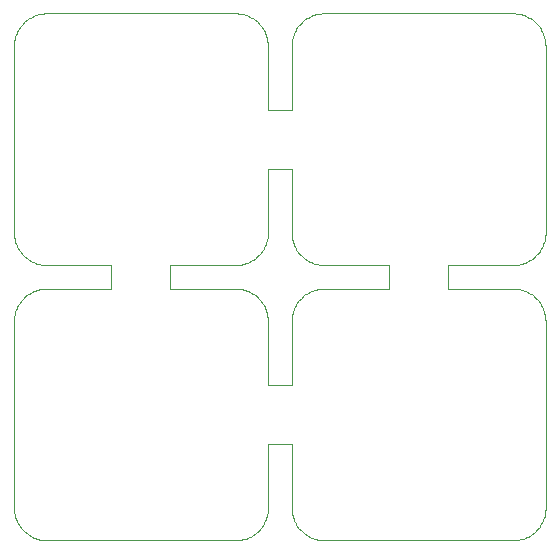
<source format=gbr>
%TF.GenerationSoftware,KiCad,Pcbnew,9.0.5*%
%TF.CreationDate,2025-10-24T18:10:23+02:00*%
%TF.ProjectId,panel,70616e65-6c2e-46b6-9963-61645f706362,rev?*%
%TF.SameCoordinates,Original*%
%TF.FileFunction,Profile,NP*%
%FSLAX46Y46*%
G04 Gerber Fmt 4.6, Leading zero omitted, Abs format (unit mm)*
G04 Created by KiCad (PCBNEW 9.0.5) date 2025-10-24 18:10:23*
%MOMM*%
%LPD*%
G01*
G04 APERTURE LIST*
%TA.AperFunction,Profile*%
%ADD10C,0.100000*%
%TD*%
G04 APERTURE END LIST*
D10*
X126951462Y-43963415D02*
X126848077Y-44056819D01*
X169661826Y-64218384D02*
X169782243Y-64142319D01*
X147211699Y-21538916D02*
X147147190Y-21415419D01*
X145827215Y-43522866D02*
X145697826Y-43471181D01*
X168250000Y-43300000D02*
X162753631Y-43300000D01*
X126408965Y-63304651D02*
X126485637Y-63420987D01*
X149514109Y-38828212D02*
X149531712Y-38966426D01*
X125996266Y-61989285D02*
X126006846Y-62128212D01*
X169410021Y-64351369D02*
X169537642Y-64288129D01*
X126848077Y-44056819D02*
X126749556Y-44155340D01*
X170647423Y-39911932D02*
X170714553Y-39786315D01*
X128326310Y-41268287D02*
X128464524Y-41285890D01*
X134246368Y-42301500D02*
X134246368Y-43300000D01*
X125992737Y-61850000D02*
X125996266Y-61989285D01*
X149671181Y-45094910D02*
X149626117Y-45226751D01*
X126024449Y-45633573D02*
X126006846Y-45771787D01*
X145225305Y-41264705D02*
X145364846Y-41236164D01*
X169461083Y-20281037D02*
X169334478Y-20222866D01*
X139246368Y-41299999D02*
X144942736Y-41299999D01*
X147066632Y-63333916D02*
X147140160Y-63211932D01*
X170875857Y-62691052D02*
X170915785Y-62554334D01*
X149845546Y-63184580D02*
X149916228Y-63304651D01*
X147404949Y-45360705D02*
X147366619Y-45226751D01*
X134246368Y-42299500D02*
X134246368Y-42301500D01*
X147497517Y-33150000D02*
X148499000Y-33150000D01*
X126024449Y-22333573D02*
X126006846Y-22471787D01*
X149514109Y-22471787D02*
X149503529Y-22610714D01*
X170336584Y-20958725D02*
X170243180Y-20855340D01*
X149556292Y-45496429D02*
X149531712Y-45633573D01*
X149500000Y-51450000D02*
X148501000Y-51450000D01*
X168528212Y-20014109D02*
X168389285Y-20003529D01*
X134246368Y-43300000D02*
X128742737Y-43300000D01*
X125992737Y-22750000D02*
X125992737Y-38550000D01*
X126273774Y-21538916D02*
X126215603Y-21665521D01*
X170573895Y-40033916D02*
X170647423Y-39911932D01*
X147485295Y-62134384D02*
X147496321Y-61992382D01*
X147492737Y-46050000D02*
X147489207Y-45910714D01*
X125992737Y-46050000D02*
X125992737Y-61850000D01*
X151696429Y-43356292D02*
X151560705Y-43387787D01*
X126848077Y-40543180D02*
X126951462Y-40636584D01*
X146901187Y-40265689D02*
X146986904Y-40151940D01*
X146534011Y-20663415D02*
X146426028Y-20575366D01*
X126118854Y-21926751D02*
X126080524Y-22060705D01*
X170948600Y-62415735D02*
X170974213Y-62275628D01*
X170219982Y-40479162D02*
X170316974Y-40374860D01*
X127531653Y-20281037D02*
X127408156Y-20345546D01*
X168449999Y-64599999D02*
X168591740Y-64586003D01*
X145902758Y-64351369D02*
X146030379Y-64288129D01*
X150256819Y-44155340D02*
X150163415Y-44258725D01*
X170573895Y-63333916D02*
X170647423Y-63211932D01*
X149626117Y-39373248D02*
X149671181Y-39505089D01*
X150075366Y-63533291D02*
X150163415Y-63641274D01*
X127919488Y-41173882D02*
X128053442Y-41212212D01*
X146712719Y-63779162D02*
X146809711Y-63674860D01*
X146986904Y-40151940D02*
X147066632Y-40033916D01*
X149500000Y-46050000D02*
X149500000Y-51450000D01*
X145772042Y-41107934D02*
X145902758Y-41051369D01*
X147076508Y-44595348D02*
X146999836Y-44479012D01*
X170219982Y-63779162D02*
X170316974Y-63674860D01*
X169009990Y-64500455D02*
X169145843Y-64457674D01*
X147147190Y-21415419D02*
X147076508Y-21295348D01*
X127919488Y-64473882D02*
X128053442Y-64512212D01*
X126049029Y-45496429D02*
X126024449Y-45633573D01*
X149845546Y-39884580D02*
X149916228Y-40004651D01*
X145432031Y-20087787D02*
X145296307Y-20056292D01*
X171007263Y-61850000D02*
X171000000Y-46050000D01*
X151038916Y-20281037D02*
X150915419Y-20345546D01*
X126080524Y-22060705D02*
X126049029Y-22196429D01*
X168528212Y-43314109D02*
X168389285Y-43303529D01*
X146809711Y-63674860D02*
X146901187Y-63565689D01*
X171000000Y-22750000D02*
X170996470Y-22610714D01*
X169584580Y-20345546D02*
X169461083Y-20281037D01*
X150163415Y-40341274D02*
X150256819Y-40444659D01*
X126080524Y-45360705D02*
X126049029Y-45496429D01*
X150795348Y-64183771D02*
X150915419Y-64254453D01*
X127658258Y-41077133D02*
X127787647Y-41128818D01*
X149556292Y-62403570D02*
X149587787Y-62539294D01*
X168449999Y-41299999D02*
X168591740Y-41286003D01*
X170875857Y-39391052D02*
X170915785Y-39254334D01*
X148501000Y-56450000D02*
X149500000Y-56450000D01*
X170243180Y-44155340D02*
X170144659Y-44056819D01*
X151426751Y-43426117D02*
X151294910Y-43471181D01*
X145953820Y-20281037D02*
X145827215Y-20222866D01*
X126408965Y-21295348D02*
X126338283Y-21415419D01*
X150355340Y-44056819D02*
X150256819Y-44155340D01*
X151696429Y-20056292D02*
X151560705Y-20087787D01*
X170117734Y-40578316D02*
X170219982Y-40479162D01*
X168591740Y-41286003D02*
X168732568Y-41264705D01*
X146426028Y-20575366D02*
X146313724Y-20492900D01*
X147495219Y-28150000D02*
X147492737Y-22750000D01*
X170647423Y-63211932D02*
X170714553Y-63086315D01*
X147076508Y-21295348D02*
X146999836Y-21179012D01*
X151560705Y-43387787D02*
X151426751Y-43426117D01*
X145296307Y-43356292D02*
X145159163Y-43331712D01*
X170985890Y-22471787D02*
X170968287Y-22333573D01*
X127408156Y-40954453D02*
X127531653Y-41018962D01*
X147436444Y-22196429D02*
X147404949Y-22060705D01*
X150355340Y-63843180D02*
X150458725Y-63936584D01*
X152250000Y-43300000D02*
X152110714Y-43303529D01*
X145565985Y-20126117D02*
X145432031Y-20087787D01*
X170714553Y-63086315D02*
X170775107Y-62957398D01*
X147441337Y-39115735D02*
X147466950Y-38975628D01*
X126951462Y-40636584D02*
X127059445Y-40724633D01*
X150075366Y-44366708D02*
X149992900Y-44479012D01*
X149722866Y-62934478D02*
X149781037Y-63061083D01*
X170336584Y-44258725D02*
X170243180Y-44155340D01*
X162753631Y-41299999D02*
X168449999Y-41299999D01*
X126049029Y-62403570D02*
X126080524Y-62539294D01*
X128053442Y-43387787D02*
X127919488Y-43426117D01*
X128742737Y-43300000D02*
X128603451Y-43303529D01*
X145502727Y-64500455D02*
X145638580Y-64457674D01*
X146809711Y-40374860D02*
X146901187Y-40265689D01*
X128053442Y-64512212D02*
X128189166Y-64543707D01*
X128603451Y-20003529D02*
X128464524Y-20014109D01*
X151165521Y-64377133D02*
X151294910Y-64428818D01*
X170873882Y-45226751D02*
X170828818Y-45094910D01*
X168872109Y-64536164D02*
X169009990Y-64500455D01*
X126215603Y-44965521D02*
X126163918Y-45094910D01*
X149722866Y-39634478D02*
X149781037Y-39761083D01*
X128326310Y-43331712D02*
X128189166Y-43356292D01*
X127059445Y-43875366D02*
X126951462Y-43963415D01*
X157753631Y-42299500D02*
X157753631Y-42301500D01*
X147489207Y-22610714D02*
X147478627Y-22471787D01*
X150075366Y-40233291D02*
X150163415Y-40341274D01*
X169279305Y-41107934D02*
X169410021Y-41051369D01*
X126006846Y-62128212D02*
X126024449Y-62266426D01*
X149626117Y-21926751D02*
X149587787Y-22060705D01*
X127171749Y-43792900D02*
X127059445Y-43875366D01*
X126118854Y-39373248D02*
X126163918Y-39505089D01*
X126848077Y-20756819D02*
X126749556Y-20855340D01*
X126049029Y-39103570D02*
X126080524Y-39239294D01*
X147492737Y-22750000D02*
X147489207Y-22610714D01*
X169584580Y-43645546D02*
X169461083Y-43581037D01*
X146274980Y-40842319D02*
X146391309Y-40760137D01*
X170912212Y-22060705D02*
X170873882Y-21926751D01*
X168666426Y-43331712D02*
X168528212Y-43314109D01*
X149992900Y-40120987D02*
X150075366Y-40233291D01*
X170775107Y-39657398D02*
X170828923Y-39525527D01*
X149916228Y-63304651D02*
X149992900Y-63420987D01*
X128189166Y-20056292D02*
X128053442Y-20087787D01*
X146077317Y-43645546D02*
X145953820Y-43581037D01*
X125996266Y-22610714D02*
X125992737Y-22750000D01*
X169820987Y-43792900D02*
X169704651Y-43716228D01*
X149500000Y-56450000D02*
X149500000Y-61850000D01*
X149626117Y-45226751D02*
X149587787Y-45360705D01*
X126118854Y-62673248D02*
X126163918Y-62805089D01*
X145638580Y-64457674D02*
X145772042Y-64407934D01*
X149500000Y-61850000D02*
X149503529Y-61989285D01*
X126118854Y-45226751D02*
X126080524Y-45360705D01*
X151696429Y-41243707D02*
X151833573Y-41268287D01*
X146637396Y-20756819D02*
X146534011Y-20663415D01*
X128189166Y-43356292D02*
X128053442Y-43387787D01*
X145364846Y-41236164D02*
X145502727Y-41200455D01*
X146154563Y-64218384D02*
X146274980Y-64142319D01*
X149992900Y-21179012D02*
X149916228Y-21295348D01*
X150163415Y-20958725D02*
X150075366Y-21066708D01*
X148499000Y-51450000D02*
X147495219Y-51450000D01*
X146610471Y-40578316D02*
X146712719Y-40479162D01*
X145364846Y-64536164D02*
X145502727Y-64500455D01*
X169334478Y-20222866D02*
X169205089Y-20171181D01*
X147408522Y-62554334D02*
X147441337Y-62415735D01*
X147207290Y-63086315D02*
X147267844Y-62957398D01*
X128053442Y-41212212D02*
X128189166Y-41243707D01*
X170992558Y-62134384D02*
X171003584Y-61992382D01*
X126006846Y-38828212D02*
X126024449Y-38966426D01*
X149531712Y-22333573D02*
X149514109Y-22471787D01*
X149531712Y-38966426D02*
X149556292Y-39103570D01*
X147500000Y-38550000D02*
X147497517Y-33150000D01*
X170041274Y-20663415D02*
X169933291Y-20575366D01*
X147408522Y-39254334D02*
X147441337Y-39115735D01*
X146829321Y-20958725D02*
X146735917Y-20855340D01*
X147466950Y-38975628D02*
X147485295Y-38834384D01*
X151696429Y-64543707D02*
X151833573Y-64568287D01*
X170718962Y-21538916D02*
X170654453Y-21415419D01*
X170714553Y-39786315D02*
X170775107Y-39657398D01*
X145638580Y-41157674D02*
X145772042Y-41107934D01*
X125996266Y-45910714D02*
X125992737Y-46050000D01*
X151833573Y-64568287D02*
X151971787Y-64585890D01*
X145502727Y-41200455D02*
X145638580Y-41157674D01*
X170996470Y-45910714D02*
X170985890Y-45771787D01*
X145159163Y-20031712D02*
X145020949Y-20014109D01*
X170424633Y-21066708D02*
X170336584Y-20958725D01*
X148501000Y-28150000D02*
X148499000Y-28150000D01*
X149514109Y-62128212D02*
X149531712Y-62266426D01*
X147267844Y-39657398D02*
X147321660Y-39525527D01*
X147066632Y-40033916D02*
X147140160Y-39911932D01*
X146313724Y-20492900D02*
X146197388Y-20416228D01*
X147496321Y-61992382D02*
X147500000Y-61850000D01*
X147478627Y-22471787D02*
X147461024Y-22333573D01*
X169537642Y-40988129D02*
X169661826Y-40918384D01*
X151038916Y-41018962D02*
X151165521Y-41077133D01*
X150256819Y-20855340D02*
X150163415Y-20958725D01*
X170915785Y-62554334D02*
X170948600Y-62415735D01*
X127288085Y-20416228D02*
X127171749Y-20492900D01*
X170144659Y-20756819D02*
X170041274Y-20663415D01*
X128742737Y-20000000D02*
X128603451Y-20003529D01*
X151426751Y-20126117D02*
X151294910Y-20171181D01*
X170494167Y-40151940D02*
X170573895Y-40033916D01*
X150566708Y-40724633D02*
X150679012Y-40807099D01*
X170777133Y-21665521D02*
X170718962Y-21538916D01*
X149781037Y-44838916D02*
X149722866Y-44965521D01*
X149916228Y-44595348D02*
X149845546Y-44715419D01*
X150679012Y-64107099D02*
X150795348Y-64183771D01*
X128189166Y-64543707D02*
X128326310Y-64568287D01*
X151971787Y-20014109D02*
X151833573Y-20031712D01*
X127531653Y-43581037D02*
X127408156Y-43645546D01*
X170583771Y-44595348D02*
X170507099Y-44479012D01*
X146829321Y-44258725D02*
X146735917Y-44155340D01*
X146735917Y-20855340D02*
X146637396Y-20756819D01*
X147207290Y-39786315D02*
X147267844Y-39657398D01*
X170873882Y-21926751D02*
X170828818Y-21794910D01*
X127171749Y-40807099D02*
X127288085Y-40883771D01*
X150795348Y-40883771D02*
X150915419Y-40954453D01*
X169898572Y-40760137D02*
X170010502Y-40672058D01*
X126485637Y-63420987D02*
X126568103Y-63533291D01*
X145225305Y-64564705D02*
X145364846Y-64536164D01*
X144942736Y-41299999D02*
X145084477Y-41286003D01*
X170316974Y-63674860D02*
X170408450Y-63565689D01*
X147147190Y-44715419D02*
X147076508Y-44595348D01*
X126215603Y-21665521D02*
X126163918Y-21794910D01*
X134246368Y-41299999D02*
X134246368Y-42299500D01*
X170985890Y-45771787D02*
X170968287Y-45633573D01*
X147321555Y-45094910D02*
X147269870Y-44965521D01*
X126485637Y-44479012D02*
X126408965Y-44595348D01*
X147500000Y-61850000D02*
X147497517Y-56450000D01*
X145827215Y-20222866D02*
X145697826Y-20171181D01*
X145565985Y-43426117D02*
X145432031Y-43387787D01*
X127408156Y-64254453D02*
X127531653Y-64318962D01*
X150163415Y-63641274D02*
X150256819Y-63744659D01*
X126951462Y-63936584D02*
X127059445Y-64024633D01*
X149671181Y-21794910D02*
X149626117Y-21926751D01*
X147321555Y-21794910D02*
X147269870Y-21665521D01*
X152110714Y-20003529D02*
X151971787Y-20014109D01*
X147211699Y-44838916D02*
X147147190Y-44715419D01*
X126408965Y-44595348D02*
X126338283Y-44715419D01*
X126338283Y-44715419D02*
X126273774Y-44838916D01*
X170915785Y-39254334D02*
X170948600Y-39115735D01*
X147321660Y-39525527D02*
X147368594Y-39391052D01*
X145159163Y-43331712D02*
X145020949Y-43314109D01*
X149722866Y-21665521D02*
X149671181Y-21794910D01*
X151426751Y-41173882D02*
X151560705Y-41212212D01*
X126656152Y-20958725D02*
X126568103Y-21066708D01*
X126273774Y-39761083D02*
X126338283Y-39884580D01*
X146986904Y-63451940D02*
X147066632Y-63333916D01*
X151560705Y-41212212D02*
X151696429Y-41243707D01*
X128464524Y-64585890D02*
X128603451Y-64596470D01*
X144882022Y-43303529D02*
X144742737Y-43300000D01*
X151294910Y-64428818D02*
X151426751Y-64473882D01*
X128326310Y-20031712D02*
X128189166Y-20056292D01*
X146391309Y-40760137D02*
X146503239Y-40672058D01*
X146274980Y-64142319D02*
X146391309Y-64060137D01*
X151294910Y-43471181D02*
X151165521Y-43522866D01*
X168803570Y-43356292D02*
X168666426Y-43331712D01*
X146917370Y-44366708D02*
X146829321Y-44258725D01*
X169334478Y-43522866D02*
X169205089Y-43471181D01*
X152250000Y-41300000D02*
X157753631Y-41299999D01*
X169820987Y-20492900D02*
X169704651Y-20416228D01*
X170010502Y-63972058D02*
X170117734Y-63878316D01*
X170968287Y-22333573D02*
X170943707Y-22196429D01*
X147496321Y-38692382D02*
X147500000Y-38550000D01*
X152110714Y-41296470D02*
X152250000Y-41300000D01*
X170996470Y-22610714D02*
X170985890Y-22471787D01*
X150458725Y-63936584D02*
X150566708Y-64024633D01*
X147140160Y-63211932D02*
X147207290Y-63086315D01*
X127658258Y-20222866D02*
X127531653Y-20281037D01*
X150256819Y-63744659D02*
X150355340Y-63843180D01*
X169009990Y-41200455D02*
X169145843Y-41157674D01*
X149556292Y-39103570D02*
X149587787Y-39239294D01*
X147140160Y-39911932D02*
X147207290Y-39786315D01*
X170316974Y-40374860D02*
X170408450Y-40265689D01*
X139246368Y-42299500D02*
X139246368Y-41299999D01*
X151294910Y-20171181D02*
X151165521Y-20222866D01*
X145296307Y-20056292D02*
X145159163Y-20031712D01*
X151971787Y-41285890D02*
X152110714Y-41296470D01*
X146637396Y-44056819D02*
X146534011Y-43963415D01*
X151971787Y-64585890D02*
X152110714Y-64596470D01*
X149500000Y-33150000D02*
X149500000Y-38550000D01*
X170041274Y-43963415D02*
X169933291Y-43875366D01*
X146030379Y-40988129D02*
X146154563Y-40918384D01*
X168389285Y-43303529D02*
X168250000Y-43300000D01*
X149626117Y-62673248D02*
X149671181Y-62805089D01*
X150163415Y-44258725D02*
X150075366Y-44366708D01*
X170974213Y-38975628D02*
X170992558Y-38834384D01*
X126163918Y-21794910D02*
X126118854Y-21926751D01*
X128742737Y-64600000D02*
X144942736Y-64599999D01*
X169898572Y-64060137D02*
X170010502Y-63972058D01*
X168939294Y-20087787D02*
X168803570Y-20056292D01*
X148499000Y-28150000D02*
X147495219Y-28150000D01*
X149500000Y-28150000D02*
X148501000Y-28150000D01*
X126749556Y-44155340D02*
X126656152Y-44258725D01*
X150679012Y-43792900D02*
X150566708Y-43875366D01*
X169073248Y-43426117D02*
X168939294Y-43387787D01*
X128189166Y-41243707D02*
X128326310Y-41268287D01*
X127288085Y-40883771D02*
X127408156Y-40954453D01*
X149781037Y-21538916D02*
X149722866Y-21665521D01*
X146712719Y-40479162D02*
X146809711Y-40374860D01*
X149556292Y-22196429D02*
X149531712Y-22333573D01*
X170912212Y-45360705D02*
X170873882Y-45226751D01*
X170777133Y-44965521D02*
X170718962Y-44838916D01*
X145697826Y-43471181D02*
X145565985Y-43426117D01*
X147466950Y-62275628D02*
X147485295Y-62134384D01*
X171007263Y-38550000D02*
X171000000Y-22750000D01*
X126006846Y-45771787D02*
X125996266Y-45910714D01*
X149781037Y-63061083D02*
X149845546Y-63184580D01*
X169073248Y-20126117D02*
X168939294Y-20087787D01*
X168591740Y-64586003D02*
X168732568Y-64564705D01*
X151833573Y-43331712D02*
X151696429Y-43356292D01*
X170943707Y-22196429D02*
X170912212Y-22060705D01*
X170144659Y-44056819D02*
X170041274Y-43963415D01*
X171003584Y-38692382D02*
X171007263Y-38550000D01*
X126848077Y-63843180D02*
X126951462Y-63936584D01*
X170968287Y-45633573D02*
X170943707Y-45496429D01*
X146197388Y-43716228D02*
X146077317Y-43645546D01*
X170943707Y-45496429D02*
X170912212Y-45360705D01*
X126749556Y-20855340D02*
X126656152Y-20958725D01*
X152250000Y-64600000D02*
X168449999Y-64599999D01*
X149531712Y-45633573D02*
X149514109Y-45771787D01*
X169410021Y-41051369D02*
X169537642Y-40988129D01*
X149503529Y-22610714D02*
X149500000Y-22750000D01*
X128464524Y-41285890D02*
X128603451Y-41296470D01*
X147497517Y-56450000D02*
X148499000Y-56450000D01*
X149671181Y-62805089D02*
X149722866Y-62934478D01*
X147269870Y-44965521D02*
X147211699Y-44838916D01*
X151294910Y-41128818D02*
X151426751Y-41173882D01*
X170583771Y-21295348D02*
X170507099Y-21179012D01*
X170507099Y-44479012D02*
X170424633Y-44366708D01*
X145084477Y-64586003D02*
X145225305Y-64564705D01*
X127531653Y-41018962D02*
X127658258Y-41077133D01*
X149845546Y-21415419D02*
X149781037Y-21538916D01*
X126338283Y-63184580D02*
X126408965Y-63304651D01*
X169145843Y-64457674D02*
X169279305Y-64407934D01*
X149992900Y-63420987D02*
X150075366Y-63533291D01*
X169461083Y-43581037D02*
X169334478Y-43522866D01*
X146503239Y-40672058D02*
X146610471Y-40578316D01*
X151971787Y-43314109D02*
X151833573Y-43331712D01*
X169205089Y-20171181D02*
X169073248Y-20126117D01*
X147461024Y-45633573D02*
X147436444Y-45496429D01*
X147461024Y-22333573D02*
X147436444Y-22196429D01*
X145772042Y-64407934D02*
X145902758Y-64351369D01*
X127787647Y-20171181D02*
X127658258Y-20222866D01*
X146503239Y-63972058D02*
X146610471Y-63878316D01*
X145902758Y-41051369D02*
X146030379Y-40988129D01*
X149587787Y-45360705D02*
X149556292Y-45496429D01*
X126215603Y-39634478D02*
X126273774Y-39761083D01*
X170654453Y-21415419D02*
X170583771Y-21295348D01*
X169205089Y-43471181D02*
X169073248Y-43426117D01*
X128603451Y-41296470D02*
X128742737Y-41300000D01*
X146735917Y-44155340D02*
X146637396Y-44056819D01*
X145697826Y-20171181D02*
X145565985Y-20126117D01*
X126749556Y-40444659D02*
X126848077Y-40543180D01*
X170974213Y-62275628D02*
X170992558Y-62134384D01*
X170992558Y-38834384D02*
X171003584Y-38692382D01*
X149992900Y-44479012D02*
X149916228Y-44595348D01*
X157753631Y-41299999D02*
X157753631Y-42299500D01*
X127787647Y-64428818D02*
X127919488Y-64473882D01*
X150458725Y-20663415D02*
X150355340Y-20756819D01*
X147495219Y-51450000D02*
X147492737Y-46050000D01*
X128464524Y-43314109D02*
X128326310Y-43331712D01*
X151833573Y-41268287D02*
X151971787Y-41285890D01*
X127171749Y-20492900D02*
X127059445Y-20575366D01*
X149587787Y-22060705D02*
X149556292Y-22196429D01*
X168250000Y-20000000D02*
X152250000Y-20000000D01*
X127658258Y-64377133D02*
X127787647Y-64428818D01*
X151038916Y-43581037D02*
X150915419Y-43645546D01*
X145432031Y-43387787D02*
X145296307Y-43356292D01*
X151426751Y-64473882D02*
X151560705Y-64512212D01*
X149500000Y-38550000D02*
X149503529Y-38689285D01*
X148499000Y-56450000D02*
X148501000Y-56450000D01*
X146077317Y-20345546D02*
X145953820Y-20281037D01*
X151560705Y-20087787D02*
X151426751Y-20126117D01*
X147489207Y-45910714D02*
X147478627Y-45771787D01*
X126024449Y-62266426D02*
X126049029Y-62403570D01*
X126080524Y-39239294D02*
X126118854Y-39373248D01*
X171003584Y-61992382D02*
X171007263Y-61850000D01*
X162753631Y-43300000D02*
X162753631Y-42301500D01*
X149587787Y-39239294D02*
X149626117Y-39373248D01*
X126049029Y-22196429D02*
X126024449Y-22333573D01*
X126485637Y-40120987D02*
X126568103Y-40233291D01*
X152250000Y-20000000D02*
X152110714Y-20003529D01*
X126024449Y-38966426D02*
X126049029Y-39103570D01*
X170948600Y-39115735D02*
X170974213Y-38975628D01*
X128326310Y-64568287D02*
X128464524Y-64585890D01*
X168389285Y-20003529D02*
X168250000Y-20000000D01*
X170828818Y-21794910D02*
X170777133Y-21665521D01*
X170010502Y-40672058D02*
X170117734Y-40578316D01*
X168732568Y-64564705D02*
X168872109Y-64536164D01*
X127919488Y-43426117D02*
X127787647Y-43471181D01*
X126656152Y-63641274D02*
X126749556Y-63744659D01*
X126215603Y-62934478D02*
X126273774Y-63061083D01*
X147368594Y-62691052D02*
X147408522Y-62554334D01*
X150458725Y-40636584D02*
X150566708Y-40724633D01*
X150355340Y-20756819D02*
X150256819Y-20855340D01*
X150915419Y-40954453D02*
X151038916Y-41018962D01*
X144942736Y-64599999D02*
X145084477Y-64586003D01*
X144742737Y-43300000D02*
X139246368Y-43300000D01*
X127531653Y-64318962D02*
X127658258Y-64377133D01*
X150355340Y-40543180D02*
X150458725Y-40636584D01*
X150566708Y-20575366D02*
X150458725Y-20663415D01*
X149916228Y-21295348D02*
X149845546Y-21415419D01*
X127408156Y-20345546D02*
X127288085Y-20416228D01*
X148501000Y-51450000D02*
X148499000Y-51450000D01*
X150566708Y-43875366D02*
X150458725Y-43963415D01*
X147366619Y-45226751D02*
X147321555Y-45094910D01*
X147321660Y-62825527D02*
X147368594Y-62691052D01*
X170424633Y-44366708D02*
X170336584Y-44258725D01*
X150458725Y-43963415D02*
X150355340Y-44056819D01*
X149503529Y-61989285D02*
X149514109Y-62128212D01*
X150075366Y-21066708D02*
X149992900Y-21179012D01*
X146197388Y-20416228D02*
X146077317Y-20345546D01*
X150679012Y-20492900D02*
X150566708Y-20575366D01*
X126656152Y-40341274D02*
X126749556Y-40444659D01*
X151560705Y-64512212D02*
X151696429Y-64543707D01*
X127059445Y-20575366D02*
X126951462Y-20663415D01*
X171000000Y-46050000D02*
X170996470Y-45910714D01*
X152110714Y-43303529D02*
X151971787Y-43314109D01*
X126163918Y-39505089D02*
X126215603Y-39634478D01*
X126163918Y-45094910D02*
X126118854Y-45226751D01*
X126951462Y-20663415D02*
X126848077Y-20756819D01*
X127658258Y-43522866D02*
X127531653Y-43581037D01*
X126006846Y-22471787D02*
X125996266Y-22610714D01*
X170775107Y-62957398D02*
X170828923Y-62825527D01*
X127059445Y-64024633D02*
X127171749Y-64107099D01*
X151833573Y-20031712D02*
X151696429Y-20056292D01*
X169704651Y-43716228D02*
X169584580Y-43645546D01*
X128603451Y-64596470D02*
X128742737Y-64600000D01*
X162753631Y-42299500D02*
X162753631Y-41299999D01*
X126485637Y-21179012D02*
X126408965Y-21295348D01*
X170243180Y-20855340D02*
X170144659Y-20756819D01*
X170654453Y-44715419D02*
X170583771Y-44595348D01*
X126568103Y-40233291D02*
X126656152Y-40341274D01*
X147441337Y-62415735D02*
X147466950Y-62275628D01*
X149845546Y-44715419D02*
X149781037Y-44838916D01*
X126080524Y-62539294D02*
X126118854Y-62673248D01*
X146610471Y-63878316D02*
X146712719Y-63779162D01*
X150915419Y-20345546D02*
X150795348Y-20416228D01*
X127171749Y-64107099D02*
X127288085Y-64183771D01*
X149671181Y-39505089D02*
X149722866Y-39634478D01*
X139246368Y-42301500D02*
X139246368Y-42299500D01*
X149503529Y-38689285D02*
X149514109Y-38828212D01*
X144882022Y-20003529D02*
X144742737Y-20000000D01*
X145953820Y-43581037D02*
X145827215Y-43522866D01*
X146999836Y-44479012D02*
X146917370Y-44366708D01*
X128464524Y-20014109D02*
X128326310Y-20031712D01*
X168803570Y-20056292D02*
X168666426Y-20031712D01*
X147269870Y-21665521D02*
X147211699Y-21538916D01*
X145020949Y-43314109D02*
X144882022Y-43303529D01*
X162753631Y-42301500D02*
X162753631Y-42299500D01*
X148499000Y-33150000D02*
X148501000Y-33150000D01*
X125996266Y-38689285D02*
X126006846Y-38828212D01*
X126273774Y-44838916D02*
X126215603Y-44965521D01*
X169782243Y-64142319D02*
X169898572Y-64060137D01*
X168939294Y-43387787D02*
X168803570Y-43356292D01*
X169933291Y-20575366D02*
X169820987Y-20492900D01*
X168732568Y-41264705D02*
X168872109Y-41236164D01*
X151165521Y-20222866D02*
X151038916Y-20281037D01*
X128603451Y-43303529D02*
X128464524Y-43314109D01*
X126568103Y-63533291D02*
X126656152Y-63641274D01*
X144742737Y-20000000D02*
X128742737Y-20000000D01*
X128053442Y-20087787D02*
X127919488Y-20126117D01*
X149781037Y-39761083D02*
X149845546Y-39884580D01*
X145084477Y-41286003D02*
X145225305Y-41264705D01*
X151165521Y-43522866D02*
X151038916Y-43581037D01*
X126338283Y-21415419D02*
X126273774Y-21538916D01*
X170117734Y-63878316D02*
X170219982Y-63779162D01*
X150915419Y-43645546D02*
X150795348Y-43716228D01*
X157753631Y-42301500D02*
X157753631Y-43300000D01*
X147478627Y-45771787D02*
X147461024Y-45633573D01*
X170718962Y-44838916D02*
X170654453Y-44715419D01*
X149500000Y-22750000D02*
X149500000Y-28150000D01*
X126338283Y-39884580D02*
X126408965Y-40004651D01*
X150795348Y-20416228D02*
X150679012Y-20492900D01*
X169279305Y-64407934D02*
X169410021Y-64351369D01*
X145020949Y-20014109D02*
X144882022Y-20003529D01*
X169661826Y-40918384D02*
X169782243Y-40842319D01*
X157753631Y-43300000D02*
X152250000Y-43300000D01*
X169704651Y-20416228D02*
X169584580Y-20345546D01*
X151165521Y-41077133D02*
X151294910Y-41128818D01*
X170494167Y-63451940D02*
X170573895Y-63333916D01*
X149514109Y-45771787D02*
X149503529Y-45910714D01*
X170408450Y-63565689D02*
X170494167Y-63451940D01*
X170828923Y-62825527D02*
X170875857Y-62691052D01*
X127408156Y-43645546D02*
X127288085Y-43716228D01*
X152110714Y-64596470D02*
X152250000Y-64600000D01*
X150256819Y-40444659D02*
X150355340Y-40543180D01*
X150915419Y-64254453D02*
X151038916Y-64318962D01*
X139246368Y-43300000D02*
X139246368Y-42301500D01*
X150795348Y-43716228D02*
X150679012Y-43792900D01*
X168872109Y-41236164D02*
X169009990Y-41200455D01*
X127919488Y-20126117D02*
X127787647Y-20171181D01*
X146901187Y-63565689D02*
X146986904Y-63451940D01*
X126568103Y-21066708D02*
X126485637Y-21179012D01*
X147366619Y-21926751D02*
X147321555Y-21794910D01*
X149531712Y-62266426D02*
X149556292Y-62403570D01*
X147368594Y-39391052D02*
X147408522Y-39254334D01*
X127288085Y-64183771D02*
X127408156Y-64254453D01*
X147267844Y-62957398D02*
X147321660Y-62825527D01*
X125992737Y-38550000D02*
X125996266Y-38689285D01*
X150566708Y-64024633D02*
X150679012Y-64107099D01*
X128742737Y-41300000D02*
X134246368Y-41299999D01*
X149916228Y-40004651D02*
X149992900Y-40120987D01*
X169537642Y-64288129D02*
X169661826Y-64218384D01*
X146391309Y-64060137D02*
X146503239Y-63972058D01*
X127787647Y-43471181D02*
X127658258Y-43522866D01*
X169145843Y-41157674D02*
X169279305Y-41107934D01*
X168666426Y-20031712D02*
X168528212Y-20014109D01*
X149722866Y-44965521D02*
X149671181Y-45094910D01*
X127059445Y-40724633D02*
X127171749Y-40807099D01*
X146917370Y-21066708D02*
X146829321Y-20958725D01*
X170408450Y-40265689D02*
X170494167Y-40151940D01*
X149503529Y-45910714D02*
X149500000Y-46050000D01*
X151038916Y-64318962D02*
X151165521Y-64377133D01*
X147436444Y-45496429D02*
X147404949Y-45360705D01*
X127288085Y-43716228D02*
X127171749Y-43792900D01*
X126568103Y-44366708D02*
X126485637Y-44479012D01*
X126749556Y-63744659D02*
X126848077Y-63843180D01*
X146030379Y-64288129D02*
X146154563Y-64218384D01*
X146426028Y-43875366D02*
X146313724Y-43792900D01*
X148501000Y-33150000D02*
X149500000Y-33150000D01*
X169933291Y-43875366D02*
X169820987Y-43792900D01*
X126408965Y-40004651D02*
X126485637Y-40120987D01*
X126656152Y-44258725D02*
X126568103Y-44366708D01*
X127787647Y-41128818D02*
X127919488Y-41173882D01*
X146534011Y-43963415D02*
X146426028Y-43875366D01*
X170507099Y-21179012D02*
X170424633Y-21066708D01*
X170828923Y-39525527D02*
X170875857Y-39391052D01*
X147404949Y-22060705D02*
X147366619Y-21926751D01*
X147485295Y-38834384D02*
X147496321Y-38692382D01*
X150679012Y-40807099D02*
X150795348Y-40883771D01*
X126273774Y-63061083D02*
X126338283Y-63184580D01*
X149587787Y-62539294D02*
X149626117Y-62673248D01*
X170828818Y-45094910D02*
X170777133Y-44965521D01*
X169782243Y-40842319D02*
X169898572Y-40760137D01*
X146313724Y-43792900D02*
X146197388Y-43716228D01*
X146999836Y-21179012D02*
X146917370Y-21066708D01*
X146154563Y-40918384D02*
X146274980Y-40842319D01*
X126163918Y-62805089D02*
X126215603Y-62934478D01*
M02*

</source>
